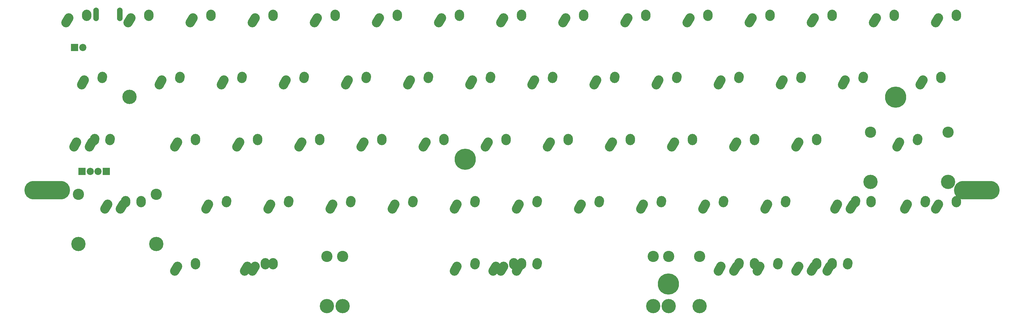
<source format=gts>
G04 #@! TF.FileFunction,Soldermask,Top*
%FSLAX46Y46*%
G04 Gerber Fmt 4.6, Leading zero omitted, Abs format (unit mm)*
G04 Created by KiCad (PCBNEW 4.0.5+dfsg1-4) date Tue May 30 14:12:21 2017*
%MOMM*%
%LPD*%
G01*
G04 APERTURE LIST*
%ADD10C,0.100000*%
%ADD11C,2.900000*%
%ADD12C,3.448000*%
%ADD13C,4.380200*%
%ADD14O,14.000000X5.600000*%
%ADD15C,4.400000*%
%ADD16C,6.500000*%
%ADD17R,2.200000X2.200000*%
%ADD18C,2.200000*%
%ADD19O,1.700000X4.200000*%
G04 APERTURE END LIST*
D10*
D11*
X211312953Y-179356296D02*
X210502047Y-180816204D01*
X216852224Y-178276922D02*
X216812776Y-178855578D01*
D12*
X100012500Y-157321250D03*
D13*
X100012500Y-172561250D03*
D12*
X76200000Y-157321250D03*
D13*
X76200000Y-172561250D03*
D14*
X66600000Y-156000000D03*
X351700000Y-156000000D03*
D15*
X91800000Y-127400000D03*
D16*
X326800000Y-127500000D03*
X257100000Y-184800000D03*
X194800000Y-146500000D03*
D17*
X75000000Y-112250000D03*
D18*
X77540000Y-112250000D03*
D17*
X77250000Y-150250000D03*
D18*
X79790000Y-150250000D03*
D17*
X84750000Y-150250000D03*
D18*
X82210000Y-150250000D03*
D11*
X75581703Y-141256296D02*
X74770797Y-142716204D01*
X81120974Y-140176922D02*
X81081526Y-140755578D01*
D19*
X81600000Y-102100000D03*
X88900000Y-102100000D03*
D11*
X297037953Y-179356296D02*
X296227047Y-180816204D01*
X302577224Y-178276922D02*
X302537776Y-178855578D01*
X306562953Y-179356296D02*
X305752047Y-180816204D01*
X312102224Y-178276922D02*
X312062776Y-178855578D01*
X320850453Y-103156296D02*
X320039547Y-104616204D01*
X326389724Y-102076922D02*
X326350276Y-102655578D01*
X73200453Y-103156296D02*
X72389547Y-104616204D01*
X78739724Y-102076922D02*
X78700276Y-102655578D01*
X111300453Y-103156296D02*
X110489547Y-104616204D01*
X116839724Y-102076922D02*
X116800276Y-102655578D01*
X130350453Y-103156296D02*
X129539547Y-104616204D01*
X135889724Y-102076922D02*
X135850276Y-102655578D01*
X149400453Y-103156296D02*
X148589547Y-104616204D01*
X154939724Y-102076922D02*
X154900276Y-102655578D01*
X168450453Y-103156296D02*
X167639547Y-104616204D01*
X173989724Y-102076922D02*
X173950276Y-102655578D01*
X187500453Y-103156296D02*
X186689547Y-104616204D01*
X193039724Y-102076922D02*
X193000276Y-102655578D01*
X206550453Y-103156296D02*
X205739547Y-104616204D01*
X212089724Y-102076922D02*
X212050276Y-102655578D01*
X225600453Y-103156296D02*
X224789547Y-104616204D01*
X231139724Y-102076922D02*
X231100276Y-102655578D01*
X244650453Y-103156296D02*
X243839547Y-104616204D01*
X250189724Y-102076922D02*
X250150276Y-102655578D01*
X263700453Y-103156296D02*
X262889547Y-104616204D01*
X269239724Y-102076922D02*
X269200276Y-102655578D01*
X282750453Y-103156296D02*
X281939547Y-104616204D01*
X288289724Y-102076922D02*
X288250276Y-102655578D01*
X301800453Y-103156296D02*
X300989547Y-104616204D01*
X307339724Y-102076922D02*
X307300276Y-102655578D01*
X101775453Y-122206296D02*
X100964547Y-123666204D01*
X107314724Y-121126922D02*
X107275276Y-121705578D01*
X120825453Y-122206296D02*
X120014547Y-123666204D01*
X126364724Y-121126922D02*
X126325276Y-121705578D01*
X139875453Y-122206296D02*
X139064547Y-123666204D01*
X145414724Y-121126922D02*
X145375276Y-121705578D01*
X158925453Y-122206296D02*
X158114547Y-123666204D01*
X164464724Y-121126922D02*
X164425276Y-121705578D01*
X177975453Y-122206296D02*
X177164547Y-123666204D01*
X183514724Y-121126922D02*
X183475276Y-121705578D01*
X197025453Y-122206296D02*
X196214547Y-123666204D01*
X202564724Y-121126922D02*
X202525276Y-121705578D01*
X216075453Y-122206296D02*
X215264547Y-123666204D01*
X221614724Y-121126922D02*
X221575276Y-121705578D01*
X235125453Y-122206296D02*
X234314547Y-123666204D01*
X240664724Y-121126922D02*
X240625276Y-121705578D01*
X254175453Y-122206296D02*
X253364547Y-123666204D01*
X259714724Y-121126922D02*
X259675276Y-121705578D01*
X273225453Y-122206296D02*
X272414547Y-123666204D01*
X278764724Y-121126922D02*
X278725276Y-121705578D01*
X292275453Y-122206296D02*
X291464547Y-123666204D01*
X297814724Y-121126922D02*
X297775276Y-121705578D01*
X311325453Y-122206296D02*
X310514547Y-123666204D01*
X316864724Y-121126922D02*
X316825276Y-121705578D01*
X106537953Y-141256296D02*
X105727047Y-142716204D01*
X112077224Y-140176922D02*
X112037776Y-140755578D01*
X125587953Y-141256296D02*
X124777047Y-142716204D01*
X131127224Y-140176922D02*
X131087776Y-140755578D01*
X144637953Y-141256296D02*
X143827047Y-142716204D01*
X150177224Y-140176922D02*
X150137776Y-140755578D01*
X163687953Y-141256296D02*
X162877047Y-142716204D01*
X169227224Y-140176922D02*
X169187776Y-140755578D01*
X182737953Y-141256296D02*
X181927047Y-142716204D01*
X188277224Y-140176922D02*
X188237776Y-140755578D01*
X201787953Y-141256296D02*
X200977047Y-142716204D01*
X207327224Y-140176922D02*
X207287776Y-140755578D01*
X220837953Y-141256296D02*
X220027047Y-142716204D01*
X226377224Y-140176922D02*
X226337776Y-140755578D01*
X239887953Y-141256296D02*
X239077047Y-142716204D01*
X245427224Y-140176922D02*
X245387776Y-140755578D01*
X258937953Y-141256296D02*
X258127047Y-142716204D01*
X264477224Y-140176922D02*
X264437776Y-140755578D01*
X277987953Y-141256296D02*
X277177047Y-142716204D01*
X283527224Y-140176922D02*
X283487776Y-140755578D01*
X297037953Y-141256296D02*
X296227047Y-142716204D01*
X302577224Y-140176922D02*
X302537776Y-140755578D01*
X116062953Y-160306296D02*
X115252047Y-161766204D01*
X121602224Y-159226922D02*
X121562776Y-159805578D01*
X135112953Y-160306296D02*
X134302047Y-161766204D01*
X140652224Y-159226922D02*
X140612776Y-159805578D01*
X154162953Y-160306296D02*
X153352047Y-161766204D01*
X159702224Y-159226922D02*
X159662776Y-159805578D01*
X173212953Y-160306296D02*
X172402047Y-161766204D01*
X178752224Y-159226922D02*
X178712776Y-159805578D01*
X192262953Y-160306296D02*
X191452047Y-161766204D01*
X197802224Y-159226922D02*
X197762776Y-159805578D01*
X211312953Y-160306296D02*
X210502047Y-161766204D01*
X216852224Y-159226922D02*
X216812776Y-159805578D01*
X230362953Y-160306296D02*
X229552047Y-161766204D01*
X235902224Y-159226922D02*
X235862776Y-159805578D01*
X249412953Y-160306296D02*
X248602047Y-161766204D01*
X254952224Y-159226922D02*
X254912776Y-159805578D01*
X268462953Y-160306296D02*
X267652047Y-161766204D01*
X274002224Y-159226922D02*
X273962776Y-159805578D01*
X287512953Y-160306296D02*
X286702047Y-161766204D01*
X293052224Y-159226922D02*
X293012776Y-159805578D01*
X330375453Y-160306296D02*
X329564547Y-161766204D01*
X335914724Y-159226922D02*
X335875276Y-159805578D01*
X106537953Y-179356296D02*
X105727047Y-180816204D01*
X112077224Y-178276922D02*
X112037776Y-178855578D01*
X301800453Y-179356296D02*
X300989547Y-180816204D01*
X307339724Y-178276922D02*
X307300276Y-178855578D01*
X339900453Y-103156296D02*
X339089547Y-104616204D01*
X345439724Y-102076922D02*
X345400276Y-102655578D01*
X92250453Y-103156296D02*
X91439547Y-104616204D01*
X97789724Y-102076922D02*
X97750276Y-102655578D01*
X80344203Y-141256296D02*
X79533297Y-142716204D01*
X85883474Y-140176922D02*
X85844026Y-140755578D01*
X89869203Y-160306296D02*
X89058297Y-161766204D01*
X95408474Y-159226922D02*
X95369026Y-159805578D01*
X308944203Y-160306296D02*
X308133297Y-161766204D01*
X314483474Y-159226922D02*
X314444026Y-159805578D01*
X285131703Y-179356296D02*
X284320797Y-180816204D01*
X290670974Y-178276922D02*
X290631526Y-178855578D01*
X127969203Y-179356296D02*
X127158297Y-180816204D01*
X133508474Y-178276922D02*
X133469026Y-178855578D01*
X77962953Y-122206296D02*
X77152047Y-123666204D01*
X83502224Y-121126922D02*
X83462776Y-121705578D01*
X130350453Y-179356296D02*
X129539547Y-180816204D01*
X135889724Y-178276922D02*
X135850276Y-178855578D01*
X277987953Y-179356296D02*
X277177047Y-180816204D01*
X283527224Y-178276922D02*
X283487776Y-178855578D01*
X335137953Y-122206296D02*
X334327047Y-123666204D01*
X340677224Y-121126922D02*
X340637776Y-121705578D01*
X273225453Y-179356296D02*
X272414547Y-180816204D01*
X278764724Y-178276922D02*
X278725276Y-178855578D01*
X206550453Y-179356296D02*
X205739547Y-180816204D01*
X212089724Y-178276922D02*
X212050276Y-178855578D01*
X204169203Y-179356296D02*
X203358297Y-180816204D01*
X209708474Y-178276922D02*
X209669026Y-178855578D01*
D12*
X342900000Y-138271250D03*
D13*
X342900000Y-153511250D03*
D12*
X157162500Y-176371250D03*
D13*
X157162500Y-191611250D03*
D12*
X257175000Y-176371250D03*
D13*
X257175000Y-191611250D03*
D12*
X152400000Y-176371250D03*
D13*
X152400000Y-191611250D03*
D12*
X266700000Y-176371250D03*
D13*
X266700000Y-191611250D03*
D12*
X252412500Y-176371250D03*
D13*
X252412500Y-191611250D03*
D12*
X319087500Y-138271250D03*
D13*
X319087500Y-153511250D03*
D11*
X327994203Y-141256296D02*
X327183297Y-142716204D01*
X333533474Y-140176922D02*
X333494026Y-140755578D01*
X85106703Y-160306296D02*
X84295797Y-161766204D01*
X90645974Y-159226922D02*
X90606526Y-159805578D01*
X339900453Y-160306296D02*
X339089547Y-161766204D01*
X345439724Y-159226922D02*
X345400276Y-159805578D01*
X313706703Y-160306296D02*
X312895797Y-161766204D01*
X319245974Y-159226922D02*
X319206526Y-159805578D01*
X192262953Y-179356296D02*
X191452047Y-180816204D01*
X197802224Y-178276922D02*
X197762776Y-178855578D01*
M02*

</source>
